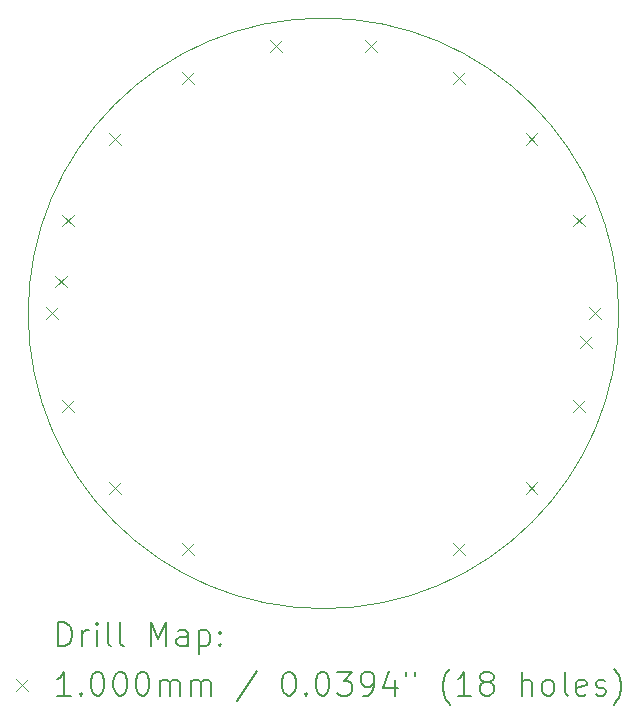
<source format=gbr>
%TF.GenerationSoftware,KiCad,Pcbnew,9.0.0*%
%TF.CreationDate,2025-02-26T13:27:29-06:00*%
%TF.ProjectId,obverse,6f627665-7273-4652-9e6b-696361645f70,rev?*%
%TF.SameCoordinates,Original*%
%TF.FileFunction,Drillmap*%
%TF.FilePolarity,Positive*%
%FSLAX45Y45*%
G04 Gerber Fmt 4.5, Leading zero omitted, Abs format (unit mm)*
G04 Created by KiCad (PCBNEW 9.0.0) date 2025-02-26 13:27:29*
%MOMM*%
%LPD*%
G01*
G04 APERTURE LIST*
%ADD10C,0.100000*%
%ADD11C,0.200000*%
G04 APERTURE END LIST*
D10*
X17500000Y-5000000D02*
G75*
G02*
X12500000Y-5000000I-2500000J0D01*
G01*
X12500000Y-5000000D02*
G75*
G02*
X17500000Y-5000000I2500000J0D01*
G01*
D11*
D10*
X12650000Y-4950000D02*
X12750000Y-5050000D01*
X12750000Y-4950000D02*
X12650000Y-5050000D01*
X12730000Y-4680000D02*
X12830000Y-4780000D01*
X12830000Y-4680000D02*
X12730000Y-4780000D01*
X12788700Y-4163350D02*
X12888700Y-4263350D01*
X12888700Y-4163350D02*
X12788700Y-4263350D01*
X12788700Y-5736600D02*
X12888700Y-5836600D01*
X12888700Y-5736600D02*
X12788700Y-5836600D01*
X13188100Y-3471590D02*
X13288100Y-3571590D01*
X13288100Y-3471590D02*
X13188100Y-3571590D01*
X13188100Y-6428400D02*
X13288100Y-6528400D01*
X13288100Y-6428400D02*
X13188100Y-6528400D01*
X13800000Y-2958140D02*
X13900000Y-3058140D01*
X13900000Y-2958140D02*
X13800000Y-3058140D01*
X13800000Y-6941900D02*
X13900000Y-7041900D01*
X13900000Y-6941900D02*
X13800000Y-7041900D01*
X14550600Y-2684940D02*
X14650600Y-2784940D01*
X14650600Y-2684940D02*
X14550600Y-2784940D01*
X15349400Y-2684940D02*
X15449400Y-2784940D01*
X15449400Y-2684940D02*
X15349400Y-2784940D01*
X16100000Y-2958140D02*
X16200000Y-3058140D01*
X16200000Y-2958140D02*
X16100000Y-3058140D01*
X16100000Y-6941900D02*
X16200000Y-7041900D01*
X16200000Y-6941900D02*
X16100000Y-7041900D01*
X16711900Y-3471590D02*
X16811900Y-3571590D01*
X16811900Y-3471590D02*
X16711900Y-3571590D01*
X16711900Y-6428400D02*
X16811900Y-6528400D01*
X16811900Y-6428400D02*
X16711900Y-6528400D01*
X17111300Y-4163350D02*
X17211300Y-4263350D01*
X17211300Y-4163350D02*
X17111300Y-4263350D01*
X17111300Y-5736600D02*
X17211300Y-5836600D01*
X17211300Y-5736600D02*
X17111300Y-5836600D01*
X17170000Y-5190000D02*
X17270000Y-5290000D01*
X17270000Y-5190000D02*
X17170000Y-5290000D01*
X17250000Y-4950000D02*
X17350000Y-5050000D01*
X17350000Y-4950000D02*
X17250000Y-5050000D01*
D11*
X12755777Y-7816484D02*
X12755777Y-7616484D01*
X12755777Y-7616484D02*
X12803396Y-7616484D01*
X12803396Y-7616484D02*
X12831967Y-7626008D01*
X12831967Y-7626008D02*
X12851015Y-7645055D01*
X12851015Y-7645055D02*
X12860539Y-7664103D01*
X12860539Y-7664103D02*
X12870062Y-7702198D01*
X12870062Y-7702198D02*
X12870062Y-7730769D01*
X12870062Y-7730769D02*
X12860539Y-7768865D01*
X12860539Y-7768865D02*
X12851015Y-7787912D01*
X12851015Y-7787912D02*
X12831967Y-7806960D01*
X12831967Y-7806960D02*
X12803396Y-7816484D01*
X12803396Y-7816484D02*
X12755777Y-7816484D01*
X12955777Y-7816484D02*
X12955777Y-7683150D01*
X12955777Y-7721246D02*
X12965301Y-7702198D01*
X12965301Y-7702198D02*
X12974824Y-7692674D01*
X12974824Y-7692674D02*
X12993872Y-7683150D01*
X12993872Y-7683150D02*
X13012920Y-7683150D01*
X13079586Y-7816484D02*
X13079586Y-7683150D01*
X13079586Y-7616484D02*
X13070062Y-7626008D01*
X13070062Y-7626008D02*
X13079586Y-7635531D01*
X13079586Y-7635531D02*
X13089110Y-7626008D01*
X13089110Y-7626008D02*
X13079586Y-7616484D01*
X13079586Y-7616484D02*
X13079586Y-7635531D01*
X13203396Y-7816484D02*
X13184348Y-7806960D01*
X13184348Y-7806960D02*
X13174824Y-7787912D01*
X13174824Y-7787912D02*
X13174824Y-7616484D01*
X13308158Y-7816484D02*
X13289110Y-7806960D01*
X13289110Y-7806960D02*
X13279586Y-7787912D01*
X13279586Y-7787912D02*
X13279586Y-7616484D01*
X13536729Y-7816484D02*
X13536729Y-7616484D01*
X13536729Y-7616484D02*
X13603396Y-7759341D01*
X13603396Y-7759341D02*
X13670062Y-7616484D01*
X13670062Y-7616484D02*
X13670062Y-7816484D01*
X13851015Y-7816484D02*
X13851015Y-7711722D01*
X13851015Y-7711722D02*
X13841491Y-7692674D01*
X13841491Y-7692674D02*
X13822443Y-7683150D01*
X13822443Y-7683150D02*
X13784348Y-7683150D01*
X13784348Y-7683150D02*
X13765301Y-7692674D01*
X13851015Y-7806960D02*
X13831967Y-7816484D01*
X13831967Y-7816484D02*
X13784348Y-7816484D01*
X13784348Y-7816484D02*
X13765301Y-7806960D01*
X13765301Y-7806960D02*
X13755777Y-7787912D01*
X13755777Y-7787912D02*
X13755777Y-7768865D01*
X13755777Y-7768865D02*
X13765301Y-7749817D01*
X13765301Y-7749817D02*
X13784348Y-7740293D01*
X13784348Y-7740293D02*
X13831967Y-7740293D01*
X13831967Y-7740293D02*
X13851015Y-7730769D01*
X13946253Y-7683150D02*
X13946253Y-7883150D01*
X13946253Y-7692674D02*
X13965301Y-7683150D01*
X13965301Y-7683150D02*
X14003396Y-7683150D01*
X14003396Y-7683150D02*
X14022443Y-7692674D01*
X14022443Y-7692674D02*
X14031967Y-7702198D01*
X14031967Y-7702198D02*
X14041491Y-7721246D01*
X14041491Y-7721246D02*
X14041491Y-7778388D01*
X14041491Y-7778388D02*
X14031967Y-7797436D01*
X14031967Y-7797436D02*
X14022443Y-7806960D01*
X14022443Y-7806960D02*
X14003396Y-7816484D01*
X14003396Y-7816484D02*
X13965301Y-7816484D01*
X13965301Y-7816484D02*
X13946253Y-7806960D01*
X14127205Y-7797436D02*
X14136729Y-7806960D01*
X14136729Y-7806960D02*
X14127205Y-7816484D01*
X14127205Y-7816484D02*
X14117682Y-7806960D01*
X14117682Y-7806960D02*
X14127205Y-7797436D01*
X14127205Y-7797436D02*
X14127205Y-7816484D01*
X14127205Y-7692674D02*
X14136729Y-7702198D01*
X14136729Y-7702198D02*
X14127205Y-7711722D01*
X14127205Y-7711722D02*
X14117682Y-7702198D01*
X14117682Y-7702198D02*
X14127205Y-7692674D01*
X14127205Y-7692674D02*
X14127205Y-7711722D01*
D10*
X12395000Y-8095000D02*
X12495000Y-8195000D01*
X12495000Y-8095000D02*
X12395000Y-8195000D01*
D11*
X12860539Y-8236484D02*
X12746253Y-8236484D01*
X12803396Y-8236484D02*
X12803396Y-8036484D01*
X12803396Y-8036484D02*
X12784348Y-8065055D01*
X12784348Y-8065055D02*
X12765301Y-8084103D01*
X12765301Y-8084103D02*
X12746253Y-8093627D01*
X12946253Y-8217436D02*
X12955777Y-8226960D01*
X12955777Y-8226960D02*
X12946253Y-8236484D01*
X12946253Y-8236484D02*
X12936729Y-8226960D01*
X12936729Y-8226960D02*
X12946253Y-8217436D01*
X12946253Y-8217436D02*
X12946253Y-8236484D01*
X13079586Y-8036484D02*
X13098634Y-8036484D01*
X13098634Y-8036484D02*
X13117682Y-8046008D01*
X13117682Y-8046008D02*
X13127205Y-8055531D01*
X13127205Y-8055531D02*
X13136729Y-8074579D01*
X13136729Y-8074579D02*
X13146253Y-8112674D01*
X13146253Y-8112674D02*
X13146253Y-8160293D01*
X13146253Y-8160293D02*
X13136729Y-8198388D01*
X13136729Y-8198388D02*
X13127205Y-8217436D01*
X13127205Y-8217436D02*
X13117682Y-8226960D01*
X13117682Y-8226960D02*
X13098634Y-8236484D01*
X13098634Y-8236484D02*
X13079586Y-8236484D01*
X13079586Y-8236484D02*
X13060539Y-8226960D01*
X13060539Y-8226960D02*
X13051015Y-8217436D01*
X13051015Y-8217436D02*
X13041491Y-8198388D01*
X13041491Y-8198388D02*
X13031967Y-8160293D01*
X13031967Y-8160293D02*
X13031967Y-8112674D01*
X13031967Y-8112674D02*
X13041491Y-8074579D01*
X13041491Y-8074579D02*
X13051015Y-8055531D01*
X13051015Y-8055531D02*
X13060539Y-8046008D01*
X13060539Y-8046008D02*
X13079586Y-8036484D01*
X13270062Y-8036484D02*
X13289110Y-8036484D01*
X13289110Y-8036484D02*
X13308158Y-8046008D01*
X13308158Y-8046008D02*
X13317682Y-8055531D01*
X13317682Y-8055531D02*
X13327205Y-8074579D01*
X13327205Y-8074579D02*
X13336729Y-8112674D01*
X13336729Y-8112674D02*
X13336729Y-8160293D01*
X13336729Y-8160293D02*
X13327205Y-8198388D01*
X13327205Y-8198388D02*
X13317682Y-8217436D01*
X13317682Y-8217436D02*
X13308158Y-8226960D01*
X13308158Y-8226960D02*
X13289110Y-8236484D01*
X13289110Y-8236484D02*
X13270062Y-8236484D01*
X13270062Y-8236484D02*
X13251015Y-8226960D01*
X13251015Y-8226960D02*
X13241491Y-8217436D01*
X13241491Y-8217436D02*
X13231967Y-8198388D01*
X13231967Y-8198388D02*
X13222443Y-8160293D01*
X13222443Y-8160293D02*
X13222443Y-8112674D01*
X13222443Y-8112674D02*
X13231967Y-8074579D01*
X13231967Y-8074579D02*
X13241491Y-8055531D01*
X13241491Y-8055531D02*
X13251015Y-8046008D01*
X13251015Y-8046008D02*
X13270062Y-8036484D01*
X13460539Y-8036484D02*
X13479586Y-8036484D01*
X13479586Y-8036484D02*
X13498634Y-8046008D01*
X13498634Y-8046008D02*
X13508158Y-8055531D01*
X13508158Y-8055531D02*
X13517682Y-8074579D01*
X13517682Y-8074579D02*
X13527205Y-8112674D01*
X13527205Y-8112674D02*
X13527205Y-8160293D01*
X13527205Y-8160293D02*
X13517682Y-8198388D01*
X13517682Y-8198388D02*
X13508158Y-8217436D01*
X13508158Y-8217436D02*
X13498634Y-8226960D01*
X13498634Y-8226960D02*
X13479586Y-8236484D01*
X13479586Y-8236484D02*
X13460539Y-8236484D01*
X13460539Y-8236484D02*
X13441491Y-8226960D01*
X13441491Y-8226960D02*
X13431967Y-8217436D01*
X13431967Y-8217436D02*
X13422443Y-8198388D01*
X13422443Y-8198388D02*
X13412920Y-8160293D01*
X13412920Y-8160293D02*
X13412920Y-8112674D01*
X13412920Y-8112674D02*
X13422443Y-8074579D01*
X13422443Y-8074579D02*
X13431967Y-8055531D01*
X13431967Y-8055531D02*
X13441491Y-8046008D01*
X13441491Y-8046008D02*
X13460539Y-8036484D01*
X13612920Y-8236484D02*
X13612920Y-8103150D01*
X13612920Y-8122198D02*
X13622443Y-8112674D01*
X13622443Y-8112674D02*
X13641491Y-8103150D01*
X13641491Y-8103150D02*
X13670063Y-8103150D01*
X13670063Y-8103150D02*
X13689110Y-8112674D01*
X13689110Y-8112674D02*
X13698634Y-8131722D01*
X13698634Y-8131722D02*
X13698634Y-8236484D01*
X13698634Y-8131722D02*
X13708158Y-8112674D01*
X13708158Y-8112674D02*
X13727205Y-8103150D01*
X13727205Y-8103150D02*
X13755777Y-8103150D01*
X13755777Y-8103150D02*
X13774824Y-8112674D01*
X13774824Y-8112674D02*
X13784348Y-8131722D01*
X13784348Y-8131722D02*
X13784348Y-8236484D01*
X13879586Y-8236484D02*
X13879586Y-8103150D01*
X13879586Y-8122198D02*
X13889110Y-8112674D01*
X13889110Y-8112674D02*
X13908158Y-8103150D01*
X13908158Y-8103150D02*
X13936729Y-8103150D01*
X13936729Y-8103150D02*
X13955777Y-8112674D01*
X13955777Y-8112674D02*
X13965301Y-8131722D01*
X13965301Y-8131722D02*
X13965301Y-8236484D01*
X13965301Y-8131722D02*
X13974824Y-8112674D01*
X13974824Y-8112674D02*
X13993872Y-8103150D01*
X13993872Y-8103150D02*
X14022443Y-8103150D01*
X14022443Y-8103150D02*
X14041491Y-8112674D01*
X14041491Y-8112674D02*
X14051015Y-8131722D01*
X14051015Y-8131722D02*
X14051015Y-8236484D01*
X14441491Y-8026960D02*
X14270063Y-8284103D01*
X14698634Y-8036484D02*
X14717682Y-8036484D01*
X14717682Y-8036484D02*
X14736729Y-8046008D01*
X14736729Y-8046008D02*
X14746253Y-8055531D01*
X14746253Y-8055531D02*
X14755777Y-8074579D01*
X14755777Y-8074579D02*
X14765301Y-8112674D01*
X14765301Y-8112674D02*
X14765301Y-8160293D01*
X14765301Y-8160293D02*
X14755777Y-8198388D01*
X14755777Y-8198388D02*
X14746253Y-8217436D01*
X14746253Y-8217436D02*
X14736729Y-8226960D01*
X14736729Y-8226960D02*
X14717682Y-8236484D01*
X14717682Y-8236484D02*
X14698634Y-8236484D01*
X14698634Y-8236484D02*
X14679586Y-8226960D01*
X14679586Y-8226960D02*
X14670063Y-8217436D01*
X14670063Y-8217436D02*
X14660539Y-8198388D01*
X14660539Y-8198388D02*
X14651015Y-8160293D01*
X14651015Y-8160293D02*
X14651015Y-8112674D01*
X14651015Y-8112674D02*
X14660539Y-8074579D01*
X14660539Y-8074579D02*
X14670063Y-8055531D01*
X14670063Y-8055531D02*
X14679586Y-8046008D01*
X14679586Y-8046008D02*
X14698634Y-8036484D01*
X14851015Y-8217436D02*
X14860539Y-8226960D01*
X14860539Y-8226960D02*
X14851015Y-8236484D01*
X14851015Y-8236484D02*
X14841491Y-8226960D01*
X14841491Y-8226960D02*
X14851015Y-8217436D01*
X14851015Y-8217436D02*
X14851015Y-8236484D01*
X14984348Y-8036484D02*
X15003396Y-8036484D01*
X15003396Y-8036484D02*
X15022444Y-8046008D01*
X15022444Y-8046008D02*
X15031967Y-8055531D01*
X15031967Y-8055531D02*
X15041491Y-8074579D01*
X15041491Y-8074579D02*
X15051015Y-8112674D01*
X15051015Y-8112674D02*
X15051015Y-8160293D01*
X15051015Y-8160293D02*
X15041491Y-8198388D01*
X15041491Y-8198388D02*
X15031967Y-8217436D01*
X15031967Y-8217436D02*
X15022444Y-8226960D01*
X15022444Y-8226960D02*
X15003396Y-8236484D01*
X15003396Y-8236484D02*
X14984348Y-8236484D01*
X14984348Y-8236484D02*
X14965301Y-8226960D01*
X14965301Y-8226960D02*
X14955777Y-8217436D01*
X14955777Y-8217436D02*
X14946253Y-8198388D01*
X14946253Y-8198388D02*
X14936729Y-8160293D01*
X14936729Y-8160293D02*
X14936729Y-8112674D01*
X14936729Y-8112674D02*
X14946253Y-8074579D01*
X14946253Y-8074579D02*
X14955777Y-8055531D01*
X14955777Y-8055531D02*
X14965301Y-8046008D01*
X14965301Y-8046008D02*
X14984348Y-8036484D01*
X15117682Y-8036484D02*
X15241491Y-8036484D01*
X15241491Y-8036484D02*
X15174825Y-8112674D01*
X15174825Y-8112674D02*
X15203396Y-8112674D01*
X15203396Y-8112674D02*
X15222444Y-8122198D01*
X15222444Y-8122198D02*
X15231967Y-8131722D01*
X15231967Y-8131722D02*
X15241491Y-8150769D01*
X15241491Y-8150769D02*
X15241491Y-8198388D01*
X15241491Y-8198388D02*
X15231967Y-8217436D01*
X15231967Y-8217436D02*
X15222444Y-8226960D01*
X15222444Y-8226960D02*
X15203396Y-8236484D01*
X15203396Y-8236484D02*
X15146253Y-8236484D01*
X15146253Y-8236484D02*
X15127206Y-8226960D01*
X15127206Y-8226960D02*
X15117682Y-8217436D01*
X15336729Y-8236484D02*
X15374825Y-8236484D01*
X15374825Y-8236484D02*
X15393872Y-8226960D01*
X15393872Y-8226960D02*
X15403396Y-8217436D01*
X15403396Y-8217436D02*
X15422444Y-8188865D01*
X15422444Y-8188865D02*
X15431967Y-8150769D01*
X15431967Y-8150769D02*
X15431967Y-8074579D01*
X15431967Y-8074579D02*
X15422444Y-8055531D01*
X15422444Y-8055531D02*
X15412920Y-8046008D01*
X15412920Y-8046008D02*
X15393872Y-8036484D01*
X15393872Y-8036484D02*
X15355777Y-8036484D01*
X15355777Y-8036484D02*
X15336729Y-8046008D01*
X15336729Y-8046008D02*
X15327206Y-8055531D01*
X15327206Y-8055531D02*
X15317682Y-8074579D01*
X15317682Y-8074579D02*
X15317682Y-8122198D01*
X15317682Y-8122198D02*
X15327206Y-8141246D01*
X15327206Y-8141246D02*
X15336729Y-8150769D01*
X15336729Y-8150769D02*
X15355777Y-8160293D01*
X15355777Y-8160293D02*
X15393872Y-8160293D01*
X15393872Y-8160293D02*
X15412920Y-8150769D01*
X15412920Y-8150769D02*
X15422444Y-8141246D01*
X15422444Y-8141246D02*
X15431967Y-8122198D01*
X15603396Y-8103150D02*
X15603396Y-8236484D01*
X15555777Y-8026960D02*
X15508158Y-8169817D01*
X15508158Y-8169817D02*
X15631967Y-8169817D01*
X15698634Y-8036484D02*
X15698634Y-8074579D01*
X15774825Y-8036484D02*
X15774825Y-8074579D01*
X16070063Y-8312674D02*
X16060539Y-8303150D01*
X16060539Y-8303150D02*
X16041491Y-8274579D01*
X16041491Y-8274579D02*
X16031968Y-8255531D01*
X16031968Y-8255531D02*
X16022444Y-8226960D01*
X16022444Y-8226960D02*
X16012920Y-8179341D01*
X16012920Y-8179341D02*
X16012920Y-8141246D01*
X16012920Y-8141246D02*
X16022444Y-8093627D01*
X16022444Y-8093627D02*
X16031968Y-8065055D01*
X16031968Y-8065055D02*
X16041491Y-8046008D01*
X16041491Y-8046008D02*
X16060539Y-8017436D01*
X16060539Y-8017436D02*
X16070063Y-8007912D01*
X16251015Y-8236484D02*
X16136729Y-8236484D01*
X16193872Y-8236484D02*
X16193872Y-8036484D01*
X16193872Y-8036484D02*
X16174825Y-8065055D01*
X16174825Y-8065055D02*
X16155777Y-8084103D01*
X16155777Y-8084103D02*
X16136729Y-8093627D01*
X16365301Y-8122198D02*
X16346253Y-8112674D01*
X16346253Y-8112674D02*
X16336729Y-8103150D01*
X16336729Y-8103150D02*
X16327206Y-8084103D01*
X16327206Y-8084103D02*
X16327206Y-8074579D01*
X16327206Y-8074579D02*
X16336729Y-8055531D01*
X16336729Y-8055531D02*
X16346253Y-8046008D01*
X16346253Y-8046008D02*
X16365301Y-8036484D01*
X16365301Y-8036484D02*
X16403396Y-8036484D01*
X16403396Y-8036484D02*
X16422444Y-8046008D01*
X16422444Y-8046008D02*
X16431968Y-8055531D01*
X16431968Y-8055531D02*
X16441491Y-8074579D01*
X16441491Y-8074579D02*
X16441491Y-8084103D01*
X16441491Y-8084103D02*
X16431968Y-8103150D01*
X16431968Y-8103150D02*
X16422444Y-8112674D01*
X16422444Y-8112674D02*
X16403396Y-8122198D01*
X16403396Y-8122198D02*
X16365301Y-8122198D01*
X16365301Y-8122198D02*
X16346253Y-8131722D01*
X16346253Y-8131722D02*
X16336729Y-8141246D01*
X16336729Y-8141246D02*
X16327206Y-8160293D01*
X16327206Y-8160293D02*
X16327206Y-8198388D01*
X16327206Y-8198388D02*
X16336729Y-8217436D01*
X16336729Y-8217436D02*
X16346253Y-8226960D01*
X16346253Y-8226960D02*
X16365301Y-8236484D01*
X16365301Y-8236484D02*
X16403396Y-8236484D01*
X16403396Y-8236484D02*
X16422444Y-8226960D01*
X16422444Y-8226960D02*
X16431968Y-8217436D01*
X16431968Y-8217436D02*
X16441491Y-8198388D01*
X16441491Y-8198388D02*
X16441491Y-8160293D01*
X16441491Y-8160293D02*
X16431968Y-8141246D01*
X16431968Y-8141246D02*
X16422444Y-8131722D01*
X16422444Y-8131722D02*
X16403396Y-8122198D01*
X16679587Y-8236484D02*
X16679587Y-8036484D01*
X16765301Y-8236484D02*
X16765301Y-8131722D01*
X16765301Y-8131722D02*
X16755777Y-8112674D01*
X16755777Y-8112674D02*
X16736730Y-8103150D01*
X16736730Y-8103150D02*
X16708158Y-8103150D01*
X16708158Y-8103150D02*
X16689110Y-8112674D01*
X16689110Y-8112674D02*
X16679587Y-8122198D01*
X16889111Y-8236484D02*
X16870063Y-8226960D01*
X16870063Y-8226960D02*
X16860539Y-8217436D01*
X16860539Y-8217436D02*
X16851015Y-8198388D01*
X16851015Y-8198388D02*
X16851015Y-8141246D01*
X16851015Y-8141246D02*
X16860539Y-8122198D01*
X16860539Y-8122198D02*
X16870063Y-8112674D01*
X16870063Y-8112674D02*
X16889111Y-8103150D01*
X16889111Y-8103150D02*
X16917682Y-8103150D01*
X16917682Y-8103150D02*
X16936730Y-8112674D01*
X16936730Y-8112674D02*
X16946253Y-8122198D01*
X16946253Y-8122198D02*
X16955777Y-8141246D01*
X16955777Y-8141246D02*
X16955777Y-8198388D01*
X16955777Y-8198388D02*
X16946253Y-8217436D01*
X16946253Y-8217436D02*
X16936730Y-8226960D01*
X16936730Y-8226960D02*
X16917682Y-8236484D01*
X16917682Y-8236484D02*
X16889111Y-8236484D01*
X17070063Y-8236484D02*
X17051015Y-8226960D01*
X17051015Y-8226960D02*
X17041492Y-8207912D01*
X17041492Y-8207912D02*
X17041492Y-8036484D01*
X17222444Y-8226960D02*
X17203396Y-8236484D01*
X17203396Y-8236484D02*
X17165301Y-8236484D01*
X17165301Y-8236484D02*
X17146253Y-8226960D01*
X17146253Y-8226960D02*
X17136730Y-8207912D01*
X17136730Y-8207912D02*
X17136730Y-8131722D01*
X17136730Y-8131722D02*
X17146253Y-8112674D01*
X17146253Y-8112674D02*
X17165301Y-8103150D01*
X17165301Y-8103150D02*
X17203396Y-8103150D01*
X17203396Y-8103150D02*
X17222444Y-8112674D01*
X17222444Y-8112674D02*
X17231968Y-8131722D01*
X17231968Y-8131722D02*
X17231968Y-8150769D01*
X17231968Y-8150769D02*
X17136730Y-8169817D01*
X17308158Y-8226960D02*
X17327206Y-8236484D01*
X17327206Y-8236484D02*
X17365301Y-8236484D01*
X17365301Y-8236484D02*
X17384349Y-8226960D01*
X17384349Y-8226960D02*
X17393873Y-8207912D01*
X17393873Y-8207912D02*
X17393873Y-8198388D01*
X17393873Y-8198388D02*
X17384349Y-8179341D01*
X17384349Y-8179341D02*
X17365301Y-8169817D01*
X17365301Y-8169817D02*
X17336730Y-8169817D01*
X17336730Y-8169817D02*
X17317682Y-8160293D01*
X17317682Y-8160293D02*
X17308158Y-8141246D01*
X17308158Y-8141246D02*
X17308158Y-8131722D01*
X17308158Y-8131722D02*
X17317682Y-8112674D01*
X17317682Y-8112674D02*
X17336730Y-8103150D01*
X17336730Y-8103150D02*
X17365301Y-8103150D01*
X17365301Y-8103150D02*
X17384349Y-8112674D01*
X17460539Y-8312674D02*
X17470063Y-8303150D01*
X17470063Y-8303150D02*
X17489111Y-8274579D01*
X17489111Y-8274579D02*
X17498634Y-8255531D01*
X17498634Y-8255531D02*
X17508158Y-8226960D01*
X17508158Y-8226960D02*
X17517682Y-8179341D01*
X17517682Y-8179341D02*
X17517682Y-8141246D01*
X17517682Y-8141246D02*
X17508158Y-8093627D01*
X17508158Y-8093627D02*
X17498634Y-8065055D01*
X17498634Y-8065055D02*
X17489111Y-8046008D01*
X17489111Y-8046008D02*
X17470063Y-8017436D01*
X17470063Y-8017436D02*
X17460539Y-8007912D01*
M02*

</source>
